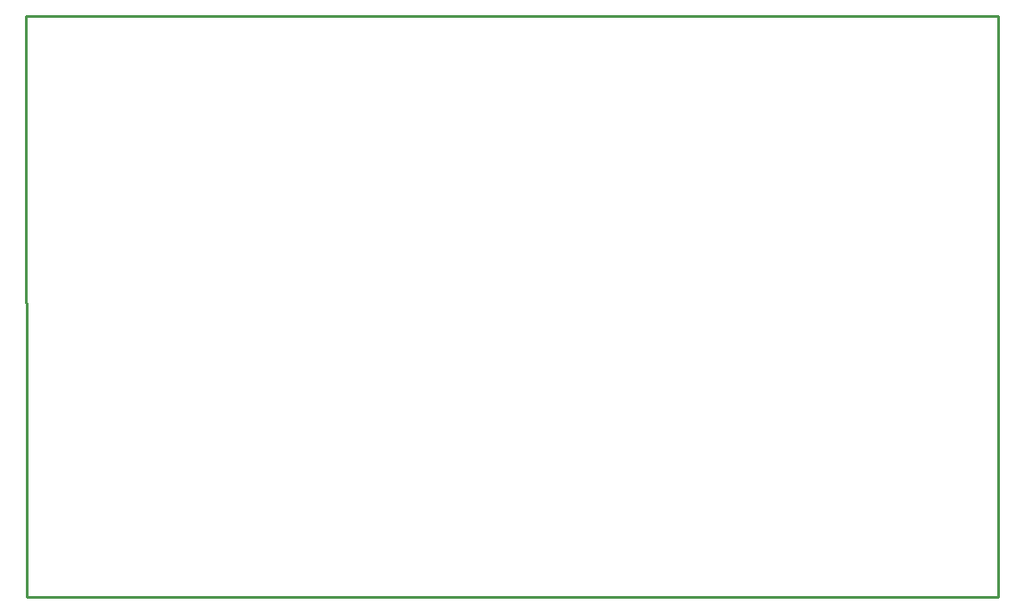
<source format=gko>
G04 Layer: BoardOutlineLayer*
G04 EasyEDA v6.5.9, 2022-08-10 15:01:23*
G04 3fe46a5b86454c6e811331f20d3da3e4,c5bfb2adc60a430b9219b9f832e462ad,10*
G04 Gerber Generator version 0.2*
G04 Scale: 100 percent, Rotated: No, Reflected: No *
G04 Dimensions in millimeters *
G04 leading zeros omitted , absolute positions ,4 integer and 5 decimal *
%FSLAX45Y45*%
%MOMM*%

%ADD10C,0.2540*%
D10*
X1358900Y9575800D02*
G01*
X1346200Y9575800D01*
X10579100Y9575800D01*
X10579100Y4051300D01*
X1358900Y4051300D01*
X1358900Y4165600D01*
X1346200Y9575800D01*

%LPD*%
M02*

</source>
